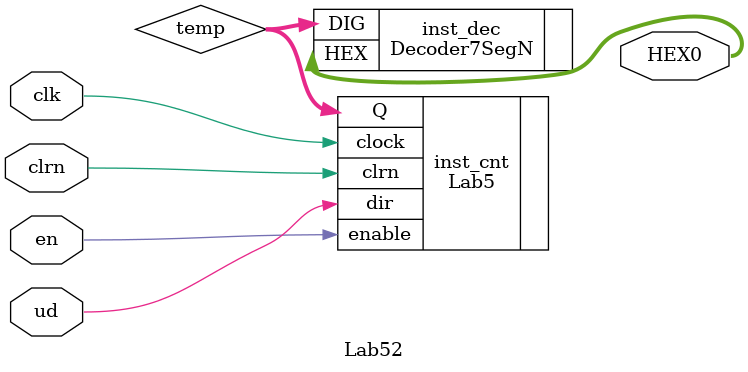
<source format=v>
module Lab52(clk,en,clrn,ud, HEX0);

input clk, en,clrn,ud;
output [0:6] HEX0;

wire[2:0] temp;
Lab5 inst_cnt(.clock(clk), .enable(en), .clrn(clrn), .dir(ud), .Q(temp));
Decoder7SegN inst_dec(.DIG(temp), .HEX(HEX0));

endmodule

</source>
